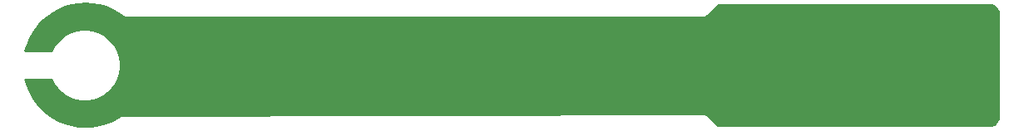
<source format=gbl>
%TF.GenerationSoftware,Altium Limited,Altium Designer,23.5.1 (21)*%
G04 Layer_Physical_Order=2*
G04 Layer_Color=16711680*
%FSLAX45Y45*%
%MOMM*%
%TF.SameCoordinates,75757FAF-FE09-4584-B843-4C1A24D4ADE9*%
%TF.FilePolarity,Positive*%
%TF.FileFunction,Copper,L2,Bot,Signal*%
%TF.Part,Single*%
G01*
G75*
%TA.AperFunction,ConnectorPad*%
%ADD11R,3.50000X1.50000*%
%TA.AperFunction,ViaPad*%
%ADD13C,0.60000*%
G36*
X5433663Y9023377D02*
X5504329Y9011371D01*
X5573206Y8991527D01*
X5639428Y8964097D01*
X5702163Y8929425D01*
X5749999Y8895483D01*
X5750486Y8896120D01*
X5757041Y8891740D01*
X5768746Y8889412D01*
X10034245D01*
X10286299Y8889126D01*
X10363220Y8889412D01*
X11663198D01*
X11663199Y8889411D01*
X11674905Y8891740D01*
X11684828Y8898371D01*
X11781868Y8995410D01*
X11799573Y9011436D01*
X12046995Y9012812D01*
X13092386D01*
X13092419Y9012819D01*
X13092456Y9012812D01*
X14260278Y9015493D01*
X14574194Y9014443D01*
X14587616Y9012677D01*
X14614001Y9001747D01*
X14636659Y8984361D01*
X14654047Y8961703D01*
X14664975Y8935317D01*
X14667117Y8919047D01*
X14668449Y8907001D01*
D01*
X14668451Y8894303D01*
X14668449Y8894300D01*
Y7878482D01*
X14668451Y7878480D01*
X14668449Y7865782D01*
D01*
X14667117Y7853736D01*
X14664977Y7837466D01*
X14654047Y7811080D01*
X14636661Y7788422D01*
X14614001Y7771036D01*
X14587616Y7760106D01*
X14571443Y7757977D01*
X14559300Y7756632D01*
X14552950Y7755369D01*
X14546600Y7756632D01*
X11798511D01*
X11680596Y7870335D01*
X11675773Y7873432D01*
X11670984Y7876611D01*
X11670752Y7876656D01*
X11670554Y7876784D01*
X11664895Y7877803D01*
X11659271Y7878904D01*
X5757017Y7860877D01*
X5752105Y7864159D01*
X5740400Y7866488D01*
X5728695Y7864159D01*
X5723446Y7860652D01*
X5722779Y7861626D01*
X5702163Y7846999D01*
X5639428Y7812327D01*
X5573206Y7784896D01*
X5504329Y7765053D01*
X5433663Y7753046D01*
X5362097Y7749027D01*
X5290531Y7753046D01*
X5219865Y7765053D01*
X5150987Y7784896D01*
X5084765Y7812327D01*
X5022030Y7846999D01*
X4963572Y7888477D01*
X4910125Y7936240D01*
X4862362Y7989687D01*
X4820884Y8048145D01*
X4786211Y8110880D01*
X4758781Y8177103D01*
X4741012Y8238782D01*
X4749557Y8251482D01*
X5026395Y8251482D01*
X5026808Y8250210D01*
X5052177Y8200422D01*
X5085021Y8155215D01*
X5124533Y8115703D01*
X5169739Y8082859D01*
X5219527Y8057491D01*
X5272670Y8040223D01*
X5327861Y8031482D01*
X5383739D01*
X5438929Y8040223D01*
X5492073Y8057491D01*
X5541860Y8082859D01*
X5587067Y8115703D01*
X5626579Y8155215D01*
X5659423Y8200422D01*
X5684791Y8250210D01*
X5702059Y8303353D01*
X5710800Y8358543D01*
Y8414422D01*
X5702059Y8469612D01*
X5684791Y8522755D01*
X5659423Y8572543D01*
X5626579Y8617749D01*
X5587067Y8657261D01*
X5541860Y8690106D01*
X5492073Y8715474D01*
X5438929Y8732741D01*
X5383739Y8741482D01*
X5327861D01*
X5272670Y8732741D01*
X5219527Y8715474D01*
X5169739Y8690106D01*
X5124533Y8657261D01*
X5085021Y8617749D01*
X5052177Y8572543D01*
X5026808Y8522755D01*
X5026395Y8521482D01*
X4746799Y8521482D01*
X4740015Y8534182D01*
X4758781Y8599321D01*
X4786211Y8665544D01*
X4820884Y8728278D01*
X4862362Y8786737D01*
X4910125Y8840183D01*
X4963572Y8887946D01*
X5022030Y8929425D01*
X5084765Y8964097D01*
X5150987Y8991527D01*
X5219865Y9011371D01*
X5290531Y9023377D01*
X5362097Y9027396D01*
X5433663Y9023377D01*
D02*
G37*
D11*
X14338300Y8652000D02*
D03*
Y8112000D02*
D03*
D13*
X14600000Y7950000D02*
D03*
X14050000Y8200000D02*
D03*
X14500000Y7950000D02*
D03*
X14400000D02*
D03*
X14300000D02*
D03*
X14200000D02*
D03*
X14050000Y8100000D02*
D03*
X14100000Y8550000D02*
D03*
Y8650000D02*
D03*
X14500000Y8800000D02*
D03*
X14400000D02*
D03*
X14300000D02*
D03*
X14200000D02*
D03*
X5848204Y8299658D02*
D03*
X5115560Y8899562D02*
D03*
X4886960Y8709062D02*
D03*
X11859737Y8950470D02*
D03*
X5755640Y8335682D02*
D03*
Y8409342D02*
D03*
X5745480Y8483002D02*
D03*
X5722620Y8554122D02*
D03*
X5687060Y8617622D02*
D03*
X5580380Y8721762D02*
D03*
X5514340Y8759862D02*
D03*
X5443220Y8782722D02*
D03*
X5367020Y8787802D02*
D03*
X5290820Y8780182D02*
D03*
X5214620Y8762402D02*
D03*
X5146040Y8729382D02*
D03*
X4991100Y8208682D02*
D03*
X5077460Y8089302D02*
D03*
X5138420Y8043582D02*
D03*
X5204460Y8008022D02*
D03*
X5275580Y7982622D02*
D03*
X5349240Y7972462D02*
D03*
X5425440Y7977542D02*
D03*
X5499100Y7995322D02*
D03*
X5720080Y8188362D02*
D03*
X5566773Y8025535D02*
D03*
X5626597Y8071251D02*
D03*
X5087620Y8683662D02*
D03*
X4996180Y8566822D02*
D03*
X6089226Y8467762D02*
D03*
X6322906D02*
D03*
X6556585D02*
D03*
X6712372D02*
D03*
X6167119D02*
D03*
X6011333D02*
D03*
X6634478D02*
D03*
X6790265D02*
D03*
X6245013D02*
D03*
X6478692D02*
D03*
X6400799D02*
D03*
X6868158D02*
D03*
X5933440D02*
D03*
X7802876D02*
D03*
X7335517D02*
D03*
X7413410D02*
D03*
X7179731D02*
D03*
X7724983D02*
D03*
X7569196D02*
D03*
X6946051D02*
D03*
X7101837D02*
D03*
X7647090D02*
D03*
X7491303D02*
D03*
X7257624D02*
D03*
X7023944D02*
D03*
X8737594D02*
D03*
X8270235D02*
D03*
X8348128D02*
D03*
X8114449D02*
D03*
X8659701D02*
D03*
X8503914D02*
D03*
X7880769D02*
D03*
X8036555D02*
D03*
X8581808D02*
D03*
X8426021D02*
D03*
X8192342D02*
D03*
X7958662D02*
D03*
X9204953D02*
D03*
X9282846D02*
D03*
X9049167D02*
D03*
X9594419D02*
D03*
X9438632D02*
D03*
X8815487D02*
D03*
X8971273D02*
D03*
X9516526D02*
D03*
X9360739D02*
D03*
X9127060D02*
D03*
X8893380D02*
D03*
X9672312D02*
D03*
X10139671D02*
D03*
X10217564D02*
D03*
X9983885D02*
D03*
X10529137D02*
D03*
X10373350D02*
D03*
X9750205D02*
D03*
X9905991D02*
D03*
X10451244D02*
D03*
X10295457D02*
D03*
X10061778D02*
D03*
X9828098D02*
D03*
X10607030D02*
D03*
X11541748D02*
D03*
X11074389D02*
D03*
X11152282D02*
D03*
X10918602D02*
D03*
X11463855D02*
D03*
X11308068D02*
D03*
X10684923D02*
D03*
X10840709D02*
D03*
X11385961D02*
D03*
X11230175D02*
D03*
X10996496D02*
D03*
X10762816D02*
D03*
X12009107D02*
D03*
X12087000D02*
D03*
X11853320D02*
D03*
X11619641D02*
D03*
X11775427D02*
D03*
X12164893D02*
D03*
X11931214D02*
D03*
X11697534D02*
D03*
Y8305201D02*
D03*
X11931214D02*
D03*
X12164893D02*
D03*
X11775427D02*
D03*
X11619641D02*
D03*
X11853320D02*
D03*
X12087000D02*
D03*
X12009107D02*
D03*
X11541748D02*
D03*
X10762816D02*
D03*
X10996496D02*
D03*
X11230175D02*
D03*
X11385961D02*
D03*
X10840709D02*
D03*
X10684923D02*
D03*
X11308068D02*
D03*
X11463855D02*
D03*
X10918602D02*
D03*
X11152282D02*
D03*
X11074389D02*
D03*
X10607030D02*
D03*
X9828098D02*
D03*
X10061778D02*
D03*
X10295457D02*
D03*
X10451244D02*
D03*
X9905991D02*
D03*
X9750205D02*
D03*
X10373350D02*
D03*
X10529137D02*
D03*
X9983885D02*
D03*
X10217564D02*
D03*
X10139671D02*
D03*
X8893380D02*
D03*
X9127060D02*
D03*
X9360739D02*
D03*
X9516526D02*
D03*
X8971273D02*
D03*
X8815487D02*
D03*
X9438632D02*
D03*
X9594419D02*
D03*
X9049167D02*
D03*
X9282846D02*
D03*
X9204953D02*
D03*
X9672312D02*
D03*
X8737594D02*
D03*
X7958662D02*
D03*
X8192342D02*
D03*
X8426021D02*
D03*
X8581808D02*
D03*
X8036555D02*
D03*
X7880769D02*
D03*
X8503914D02*
D03*
X8659701D02*
D03*
X8114449D02*
D03*
X8348128D02*
D03*
X8270235D02*
D03*
X7023944D02*
D03*
X7257624D02*
D03*
X7491303D02*
D03*
X7647090D02*
D03*
X7101837D02*
D03*
X6946051D02*
D03*
X7569196D02*
D03*
X7724983D02*
D03*
X7179731D02*
D03*
X7413410D02*
D03*
X7335517D02*
D03*
X7802876D02*
D03*
X6868158D02*
D03*
X6400799D02*
D03*
X6478692D02*
D03*
X6245013D02*
D03*
X6790265D02*
D03*
X6634478D02*
D03*
X6011333D02*
D03*
X6167119D02*
D03*
X6712372D02*
D03*
X6556585D02*
D03*
X6322906D02*
D03*
X6089226D02*
D03*
X5915660Y8541422D02*
D03*
X5890260Y8610002D02*
D03*
X5854700Y8678582D02*
D03*
X5760720Y7972461D02*
D03*
X5854700Y8094381D02*
D03*
X5890260Y8162961D02*
D03*
X5915660Y8231541D02*
D03*
X5760720Y8800502D02*
D03*
X4820920Y8569362D02*
D03*
X4848860Y8640482D02*
D03*
X4991100Y8818282D02*
D03*
X5186680Y8924962D02*
D03*
X5260340Y8942742D02*
D03*
X5339080Y8950362D02*
D03*
X5416334Y8948186D02*
D03*
X5489373Y8930901D02*
D03*
X5560060Y8909722D02*
D03*
X5628640Y8881782D02*
D03*
X5692222Y8843543D02*
D03*
X4820920Y8203602D02*
D03*
X4848860Y8132482D02*
D03*
X4937760Y8008022D02*
D03*
X5049520Y7911502D02*
D03*
X5115560Y7873402D02*
D03*
X5186680Y7848002D02*
D03*
X5260340Y7830222D02*
D03*
X5339080Y7822602D02*
D03*
X5416334Y7824779D02*
D03*
X5489373Y7842063D02*
D03*
X5560060Y7863242D02*
D03*
X5628640Y7891182D02*
D03*
X5692222Y7929422D02*
D03*
X11521428Y8830982D02*
D03*
X11599321D02*
D03*
X11443535D02*
D03*
X11677214D02*
D03*
X11365641D02*
D03*
X10586710D02*
D03*
X10820389D02*
D03*
X11054069D02*
D03*
X11209855D02*
D03*
X10664603D02*
D03*
X10508817D02*
D03*
X11131962D02*
D03*
X11287748D02*
D03*
X10742496D02*
D03*
X10976176D02*
D03*
X10898282D02*
D03*
X9651992D02*
D03*
X9885671D02*
D03*
X10119351D02*
D03*
X10275137D02*
D03*
X9729885D02*
D03*
X9574099D02*
D03*
X10197244D02*
D03*
X10353030D02*
D03*
X9807778D02*
D03*
X10041458D02*
D03*
X9963565D02*
D03*
X10430924D02*
D03*
X9496206D02*
D03*
X8717274D02*
D03*
X8950953D02*
D03*
X9184633D02*
D03*
X9340419D02*
D03*
X8795167D02*
D03*
X8639381D02*
D03*
X9262526D02*
D03*
X9418312D02*
D03*
X8873060D02*
D03*
X9106740D02*
D03*
X9028847D02*
D03*
X7782556D02*
D03*
X8016235D02*
D03*
X8249915D02*
D03*
X8405701D02*
D03*
X7860449D02*
D03*
X7704663D02*
D03*
X8327808D02*
D03*
X8483594D02*
D03*
X7938342D02*
D03*
X8172022D02*
D03*
X8094129D02*
D03*
X8561488D02*
D03*
X6847838D02*
D03*
X7081517D02*
D03*
X7315197D02*
D03*
X7470983D02*
D03*
X6925731D02*
D03*
X6769945D02*
D03*
X7393090D02*
D03*
X7548876D02*
D03*
X7003624D02*
D03*
X7237304D02*
D03*
X7159411D02*
D03*
X7626770D02*
D03*
X6692052D02*
D03*
X6224693D02*
D03*
X6302586D02*
D03*
X6068906D02*
D03*
X6614158D02*
D03*
X6458372D02*
D03*
X5991013D02*
D03*
X6536265D02*
D03*
X6380479D02*
D03*
X6146799D02*
D03*
X5913120D02*
D03*
Y7941982D02*
D03*
X6146799D02*
D03*
X6380479D02*
D03*
X6536265D02*
D03*
X5991013D02*
D03*
X5835227D02*
D03*
X6458372D02*
D03*
X6614158D02*
D03*
X6068906D02*
D03*
X6302586D02*
D03*
X6224693D02*
D03*
X6692052D02*
D03*
X7626770D02*
D03*
X7159411D02*
D03*
X7237304D02*
D03*
X7003624D02*
D03*
X7548876D02*
D03*
X7393090D02*
D03*
X6769945D02*
D03*
X6925731D02*
D03*
X7470983D02*
D03*
X7315197D02*
D03*
X7081517D02*
D03*
X6847838D02*
D03*
X8561488D02*
D03*
X8094129D02*
D03*
X8172022D02*
D03*
X7938342D02*
D03*
X8483594D02*
D03*
X8327808D02*
D03*
X7704663D02*
D03*
X7860449D02*
D03*
X8405701D02*
D03*
X8249915D02*
D03*
X8016235D02*
D03*
X7782556D02*
D03*
X9496206D02*
D03*
X9028847D02*
D03*
X9106740D02*
D03*
X8873060D02*
D03*
X9418312D02*
D03*
X9262526D02*
D03*
X8639381D02*
D03*
X8795167D02*
D03*
X9340419D02*
D03*
X9184633D02*
D03*
X8950953D02*
D03*
X8717274D02*
D03*
X10430924D02*
D03*
X9963565D02*
D03*
X10041458D02*
D03*
X9807778D02*
D03*
X10353030D02*
D03*
X10197244D02*
D03*
X9574099D02*
D03*
X9729885D02*
D03*
X10275137D02*
D03*
X10119351D02*
D03*
X9885671D02*
D03*
X9651992D02*
D03*
X11365641D02*
D03*
X10898282D02*
D03*
X10976176D02*
D03*
X10742496D02*
D03*
X11287748D02*
D03*
X11131962D02*
D03*
X10508817D02*
D03*
X10664603D02*
D03*
X11209855D02*
D03*
X11054069D02*
D03*
X10820389D02*
D03*
X10586710D02*
D03*
X12399419Y7822602D02*
D03*
X11932060D02*
D03*
X12009954D02*
D03*
X11677214Y7941982D02*
D03*
X12321526Y7822602D02*
D03*
X12165740D02*
D03*
X11443535Y7941982D02*
D03*
X11599321D02*
D03*
X12243633Y7822602D02*
D03*
X12087847D02*
D03*
X11521428Y7941982D02*
D03*
X12633099Y7822602D02*
D03*
X12477313D02*
D03*
X12555206D02*
D03*
X13334137D02*
D03*
X13256244D02*
D03*
X12866779D02*
D03*
X13022565D02*
D03*
X12944672D02*
D03*
X13100458D02*
D03*
X12788885D02*
D03*
X12710992D02*
D03*
X13178351D02*
D03*
X14113069D02*
D03*
X14035176D02*
D03*
X14190962D02*
D03*
X13412032D02*
D03*
X13645711D02*
D03*
X13801495D02*
D03*
X13723602D02*
D03*
X13879390D02*
D03*
X13567818D02*
D03*
X13489925D02*
D03*
X13957283D02*
D03*
X14424641D02*
D03*
X14502534D02*
D03*
X14346748D02*
D03*
X14268855D02*
D03*
Y8950362D02*
D03*
X14346748D02*
D03*
X14502534D02*
D03*
X14424641D02*
D03*
X14190962D02*
D03*
X13957283D02*
D03*
X13489925D02*
D03*
X13567818D02*
D03*
X13879390D02*
D03*
X13723602D02*
D03*
X13801495D02*
D03*
X13645711D02*
D03*
X13412032D02*
D03*
X14035176D02*
D03*
X14113069D02*
D03*
X13178351D02*
D03*
X12710992D02*
D03*
X12788885D02*
D03*
X13100458D02*
D03*
X12944672D02*
D03*
X13022565D02*
D03*
X12866779D02*
D03*
X12633099D02*
D03*
X13256244D02*
D03*
X13334137D02*
D03*
X12555206D02*
D03*
X12477313D02*
D03*
X12087847D02*
D03*
X12243633D02*
D03*
X12165740D02*
D03*
X12321526D02*
D03*
X12009954D02*
D03*
X11932060D02*
D03*
X12399419D02*
D03*
X11744960Y8866542D02*
D03*
X11742420Y7906422D02*
D03*
X11793220Y7858162D02*
D03*
X14600000Y8800000D02*
D03*
Y8900000D02*
D03*
X12554359Y8305201D02*
D03*
X12632252D02*
D03*
X12398573D02*
D03*
X12320679D02*
D03*
X12710145D02*
D03*
X12476466D02*
D03*
X12242786D02*
D03*
Y8467762D02*
D03*
X12476466D02*
D03*
X12710145D02*
D03*
X12320679D02*
D03*
X12398573D02*
D03*
X12632252D02*
D03*
X12554359D02*
D03*
X13099611Y8305201D02*
D03*
X13177504D02*
D03*
X12943825D02*
D03*
X12865932D02*
D03*
X13255397D02*
D03*
X13021718D02*
D03*
X12788038D02*
D03*
Y8467762D02*
D03*
X13021718D02*
D03*
X13255397D02*
D03*
X12865932D02*
D03*
X12943825D02*
D03*
X13177504D02*
D03*
X13099611D02*
D03*
X13644862Y8305201D02*
D03*
X13722755D02*
D03*
X13489078D02*
D03*
X13411185D02*
D03*
X13800650D02*
D03*
X13566969D02*
D03*
X13333292D02*
D03*
Y8467762D02*
D03*
X13566969D02*
D03*
X13800650D02*
D03*
X13411185D02*
D03*
X13489078D02*
D03*
X13722755D02*
D03*
X13644862D02*
D03*
X13878543D02*
D03*
X13956436D02*
D03*
X14034329D02*
D03*
Y8305201D02*
D03*
X13956436D02*
D03*
X13878543D02*
D03*
%TF.MD5,ea81324c58f5b54dc0e0388f0810015c*%
M02*

</source>
